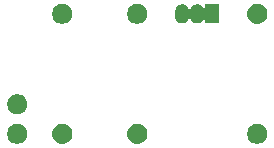
<source format=gbr>
G04 #@! TF.GenerationSoftware,KiCad,Pcbnew,(5.1.4)-1*
G04 #@! TF.CreationDate,2019-10-01T17:45:58-03:00*
G04 #@! TF.ProjectId,exemplo_curso,6578656d-706c-46f5-9f63-7572736f2e6b,rev?*
G04 #@! TF.SameCoordinates,Original*
G04 #@! TF.FileFunction,Soldermask,Bot*
G04 #@! TF.FilePolarity,Negative*
%FSLAX46Y46*%
G04 Gerber Fmt 4.6, Leading zero omitted, Abs format (unit mm)*
G04 Created by KiCad (PCBNEW (5.1.4)-1) date 2019-10-01 17:45:58*
%MOMM*%
%LPD*%
G04 APERTURE LIST*
%ADD10C,0.100000*%
G04 APERTURE END LIST*
D10*
G36*
X146216823Y-77901313D02*
G01*
X146377242Y-77949976D01*
X146444361Y-77985852D01*
X146525078Y-78028996D01*
X146654659Y-78135341D01*
X146761004Y-78264922D01*
X146761005Y-78264924D01*
X146840024Y-78412758D01*
X146888687Y-78573177D01*
X146905117Y-78740000D01*
X146888687Y-78906823D01*
X146840024Y-79067242D01*
X146799477Y-79143100D01*
X146761004Y-79215078D01*
X146654659Y-79344659D01*
X146525078Y-79451004D01*
X146525076Y-79451005D01*
X146377242Y-79530024D01*
X146216823Y-79578687D01*
X146091804Y-79591000D01*
X146008196Y-79591000D01*
X145883177Y-79578687D01*
X145722758Y-79530024D01*
X145574924Y-79451005D01*
X145574922Y-79451004D01*
X145445341Y-79344659D01*
X145338996Y-79215078D01*
X145300523Y-79143100D01*
X145259976Y-79067242D01*
X145211313Y-78906823D01*
X145194883Y-78740000D01*
X145211313Y-78573177D01*
X145259976Y-78412758D01*
X145338995Y-78264924D01*
X145338996Y-78264922D01*
X145445341Y-78135341D01*
X145574922Y-78028996D01*
X145655639Y-77985852D01*
X145722758Y-77949976D01*
X145883177Y-77901313D01*
X146008196Y-77889000D01*
X146091804Y-77889000D01*
X146216823Y-77901313D01*
X146216823Y-77901313D01*
G37*
G36*
X136138228Y-77921703D02*
G01*
X136293100Y-77985853D01*
X136432481Y-78078985D01*
X136551015Y-78197519D01*
X136644147Y-78336900D01*
X136708297Y-78491772D01*
X136741000Y-78656184D01*
X136741000Y-78823816D01*
X136708297Y-78988228D01*
X136644147Y-79143100D01*
X136551015Y-79282481D01*
X136432481Y-79401015D01*
X136293100Y-79494147D01*
X136138228Y-79558297D01*
X135973816Y-79591000D01*
X135806184Y-79591000D01*
X135641772Y-79558297D01*
X135486900Y-79494147D01*
X135347519Y-79401015D01*
X135228985Y-79282481D01*
X135135853Y-79143100D01*
X135071703Y-78988228D01*
X135039000Y-78823816D01*
X135039000Y-78656184D01*
X135071703Y-78491772D01*
X135135853Y-78336900D01*
X135228985Y-78197519D01*
X135347519Y-78078985D01*
X135486900Y-77985853D01*
X135641772Y-77921703D01*
X135806184Y-77889000D01*
X135973816Y-77889000D01*
X136138228Y-77921703D01*
X136138228Y-77921703D01*
G37*
G36*
X139866823Y-77901313D02*
G01*
X140027242Y-77949976D01*
X140094361Y-77985852D01*
X140175078Y-78028996D01*
X140304659Y-78135341D01*
X140411004Y-78264922D01*
X140411005Y-78264924D01*
X140490024Y-78412758D01*
X140538687Y-78573177D01*
X140555117Y-78740000D01*
X140538687Y-78906823D01*
X140490024Y-79067242D01*
X140449477Y-79143100D01*
X140411004Y-79215078D01*
X140304659Y-79344659D01*
X140175078Y-79451004D01*
X140175076Y-79451005D01*
X140027242Y-79530024D01*
X139866823Y-79578687D01*
X139741804Y-79591000D01*
X139658196Y-79591000D01*
X139533177Y-79578687D01*
X139372758Y-79530024D01*
X139224924Y-79451005D01*
X139224922Y-79451004D01*
X139095341Y-79344659D01*
X138988996Y-79215078D01*
X138950523Y-79143100D01*
X138909976Y-79067242D01*
X138861313Y-78906823D01*
X138844883Y-78740000D01*
X138861313Y-78573177D01*
X138909976Y-78412758D01*
X138988995Y-78264924D01*
X138988996Y-78264922D01*
X139095341Y-78135341D01*
X139224922Y-78028996D01*
X139305639Y-77985852D01*
X139372758Y-77949976D01*
X139533177Y-77901313D01*
X139658196Y-77889000D01*
X139741804Y-77889000D01*
X139866823Y-77901313D01*
X139866823Y-77901313D01*
G37*
G36*
X156458228Y-77921703D02*
G01*
X156613100Y-77985853D01*
X156752481Y-78078985D01*
X156871015Y-78197519D01*
X156964147Y-78336900D01*
X157028297Y-78491772D01*
X157061000Y-78656184D01*
X157061000Y-78823816D01*
X157028297Y-78988228D01*
X156964147Y-79143100D01*
X156871015Y-79282481D01*
X156752481Y-79401015D01*
X156613100Y-79494147D01*
X156458228Y-79558297D01*
X156293816Y-79591000D01*
X156126184Y-79591000D01*
X155961772Y-79558297D01*
X155806900Y-79494147D01*
X155667519Y-79401015D01*
X155548985Y-79282481D01*
X155455853Y-79143100D01*
X155391703Y-78988228D01*
X155359000Y-78823816D01*
X155359000Y-78656184D01*
X155391703Y-78491772D01*
X155455853Y-78336900D01*
X155548985Y-78197519D01*
X155667519Y-78078985D01*
X155806900Y-77985853D01*
X155961772Y-77921703D01*
X156126184Y-77889000D01*
X156293816Y-77889000D01*
X156458228Y-77921703D01*
X156458228Y-77921703D01*
G37*
G36*
X136138228Y-75421703D02*
G01*
X136293100Y-75485853D01*
X136432481Y-75578985D01*
X136551015Y-75697519D01*
X136644147Y-75836900D01*
X136708297Y-75991772D01*
X136741000Y-76156184D01*
X136741000Y-76323816D01*
X136708297Y-76488228D01*
X136644147Y-76643100D01*
X136551015Y-76782481D01*
X136432481Y-76901015D01*
X136293100Y-76994147D01*
X136138228Y-77058297D01*
X135973816Y-77091000D01*
X135806184Y-77091000D01*
X135641772Y-77058297D01*
X135486900Y-76994147D01*
X135347519Y-76901015D01*
X135228985Y-76782481D01*
X135135853Y-76643100D01*
X135071703Y-76488228D01*
X135039000Y-76323816D01*
X135039000Y-76156184D01*
X135071703Y-75991772D01*
X135135853Y-75836900D01*
X135228985Y-75697519D01*
X135347519Y-75578985D01*
X135486900Y-75485853D01*
X135641772Y-75421703D01*
X135806184Y-75389000D01*
X135973816Y-75389000D01*
X136138228Y-75421703D01*
X136138228Y-75421703D01*
G37*
G36*
X146298228Y-67761703D02*
G01*
X146453100Y-67825853D01*
X146592481Y-67918985D01*
X146711015Y-68037519D01*
X146804147Y-68176900D01*
X146868297Y-68331772D01*
X146901000Y-68496184D01*
X146901000Y-68663816D01*
X146868297Y-68828228D01*
X146804147Y-68983100D01*
X146711015Y-69122481D01*
X146592481Y-69241015D01*
X146453100Y-69334147D01*
X146298228Y-69398297D01*
X146133816Y-69431000D01*
X145966184Y-69431000D01*
X145801772Y-69398297D01*
X145646900Y-69334147D01*
X145507519Y-69241015D01*
X145388985Y-69122481D01*
X145295853Y-68983100D01*
X145231703Y-68828228D01*
X145199000Y-68663816D01*
X145199000Y-68496184D01*
X145231703Y-68331772D01*
X145295853Y-68176900D01*
X145388985Y-68037519D01*
X145507519Y-67918985D01*
X145646900Y-67825853D01*
X145801772Y-67761703D01*
X145966184Y-67729000D01*
X146133816Y-67729000D01*
X146298228Y-67761703D01*
X146298228Y-67761703D01*
G37*
G36*
X139948228Y-67761703D02*
G01*
X140103100Y-67825853D01*
X140242481Y-67918985D01*
X140361015Y-68037519D01*
X140454147Y-68176900D01*
X140518297Y-68331772D01*
X140551000Y-68496184D01*
X140551000Y-68663816D01*
X140518297Y-68828228D01*
X140454147Y-68983100D01*
X140361015Y-69122481D01*
X140242481Y-69241015D01*
X140103100Y-69334147D01*
X139948228Y-69398297D01*
X139783816Y-69431000D01*
X139616184Y-69431000D01*
X139451772Y-69398297D01*
X139296900Y-69334147D01*
X139157519Y-69241015D01*
X139038985Y-69122481D01*
X138945853Y-68983100D01*
X138881703Y-68828228D01*
X138849000Y-68663816D01*
X138849000Y-68496184D01*
X138881703Y-68331772D01*
X138945853Y-68176900D01*
X139038985Y-68037519D01*
X139157519Y-67918985D01*
X139296900Y-67825853D01*
X139451772Y-67761703D01*
X139616184Y-67729000D01*
X139783816Y-67729000D01*
X139948228Y-67761703D01*
X139948228Y-67761703D01*
G37*
G36*
X156376823Y-67741313D02*
G01*
X156537242Y-67789976D01*
X156604361Y-67825852D01*
X156685078Y-67868996D01*
X156814659Y-67975341D01*
X156921004Y-68104922D01*
X156921005Y-68104924D01*
X157000024Y-68252758D01*
X157048687Y-68413177D01*
X157065117Y-68580000D01*
X157048687Y-68746823D01*
X157000024Y-68907242D01*
X156936284Y-69026491D01*
X156921004Y-69055078D01*
X156814659Y-69184659D01*
X156685078Y-69291004D01*
X156685076Y-69291005D01*
X156537242Y-69370024D01*
X156376823Y-69418687D01*
X156251804Y-69431000D01*
X156168196Y-69431000D01*
X156043177Y-69418687D01*
X155882758Y-69370024D01*
X155734924Y-69291005D01*
X155734922Y-69291004D01*
X155605341Y-69184659D01*
X155498996Y-69055078D01*
X155483716Y-69026491D01*
X155419976Y-68907242D01*
X155371313Y-68746823D01*
X155354883Y-68580000D01*
X155371313Y-68413177D01*
X155419976Y-68252758D01*
X155498995Y-68104924D01*
X155498996Y-68104922D01*
X155605341Y-67975341D01*
X155734922Y-67868996D01*
X155815639Y-67825852D01*
X155882758Y-67789976D01*
X156043177Y-67741313D01*
X156168196Y-67729000D01*
X156251804Y-67729000D01*
X156376823Y-67741313D01*
X156376823Y-67741313D01*
G37*
G36*
X151242916Y-67787334D02*
G01*
X151351492Y-67820271D01*
X151351495Y-67820272D01*
X151387601Y-67839571D01*
X151451557Y-67873756D01*
X151539264Y-67945736D01*
X151602383Y-68022646D01*
X151619702Y-68039965D01*
X151640077Y-68053579D01*
X151662716Y-68062957D01*
X151686749Y-68067737D01*
X151711253Y-68067737D01*
X151735286Y-68062957D01*
X151757925Y-68053579D01*
X151778299Y-68039966D01*
X151795626Y-68022639D01*
X151809240Y-68002264D01*
X151818618Y-67979625D01*
X151823398Y-67955592D01*
X151824000Y-67943340D01*
X151824000Y-67779000D01*
X152976000Y-67779000D01*
X152976000Y-69381000D01*
X151824000Y-69381000D01*
X151824000Y-69216660D01*
X151821598Y-69192274D01*
X151814485Y-69168825D01*
X151802934Y-69147214D01*
X151787389Y-69128272D01*
X151768447Y-69112727D01*
X151746836Y-69101176D01*
X151723387Y-69094063D01*
X151699001Y-69091661D01*
X151674615Y-69094063D01*
X151651166Y-69101176D01*
X151629555Y-69112727D01*
X151602381Y-69137356D01*
X151539264Y-69214264D01*
X151451556Y-69286244D01*
X151387600Y-69320429D01*
X151351494Y-69339728D01*
X151351491Y-69339729D01*
X151242915Y-69372666D01*
X151130000Y-69383787D01*
X151017084Y-69372666D01*
X150908508Y-69339729D01*
X150908505Y-69339728D01*
X150872399Y-69320429D01*
X150808443Y-69286244D01*
X150720736Y-69214264D01*
X150648756Y-69126556D01*
X150605239Y-69045140D01*
X150591625Y-69024766D01*
X150574298Y-69007439D01*
X150553924Y-68993825D01*
X150531285Y-68984448D01*
X150507251Y-68979668D01*
X150482747Y-68979668D01*
X150458714Y-68984449D01*
X150436075Y-68993826D01*
X150415701Y-69007440D01*
X150398374Y-69024767D01*
X150384762Y-69045140D01*
X150341244Y-69126557D01*
X150269264Y-69214264D01*
X150181556Y-69286244D01*
X150117600Y-69320429D01*
X150081494Y-69339728D01*
X150081491Y-69339729D01*
X149972915Y-69372666D01*
X149860000Y-69383787D01*
X149747084Y-69372666D01*
X149638508Y-69339729D01*
X149638505Y-69339728D01*
X149602399Y-69320429D01*
X149538443Y-69286244D01*
X149450736Y-69214264D01*
X149378756Y-69126556D01*
X149335239Y-69045140D01*
X149325272Y-69026494D01*
X149319492Y-69007440D01*
X149292334Y-68917915D01*
X149284000Y-68833297D01*
X149284000Y-68326702D01*
X149292334Y-68242084D01*
X149325271Y-68133508D01*
X149325272Y-68133505D01*
X149378756Y-68033445D01*
X149378757Y-68033443D01*
X149450737Y-67945736D01*
X149538444Y-67873756D01*
X149602400Y-67839571D01*
X149638506Y-67820272D01*
X149638509Y-67820271D01*
X149747085Y-67787334D01*
X149860000Y-67776213D01*
X149972916Y-67787334D01*
X150081492Y-67820271D01*
X150081495Y-67820272D01*
X150117601Y-67839571D01*
X150181557Y-67873756D01*
X150269264Y-67945736D01*
X150341244Y-68033443D01*
X150357019Y-68062957D01*
X150384761Y-68114859D01*
X150398375Y-68135234D01*
X150415702Y-68152561D01*
X150436076Y-68166174D01*
X150458715Y-68175552D01*
X150482748Y-68180332D01*
X150507252Y-68180332D01*
X150531285Y-68175552D01*
X150553924Y-68166174D01*
X150574299Y-68152560D01*
X150591626Y-68135233D01*
X150605239Y-68114859D01*
X150648756Y-68033445D01*
X150648757Y-68033443D01*
X150720737Y-67945736D01*
X150808444Y-67873756D01*
X150872400Y-67839571D01*
X150908506Y-67820272D01*
X150908509Y-67820271D01*
X151017085Y-67787334D01*
X151130000Y-67776213D01*
X151242916Y-67787334D01*
X151242916Y-67787334D01*
G37*
M02*

</source>
